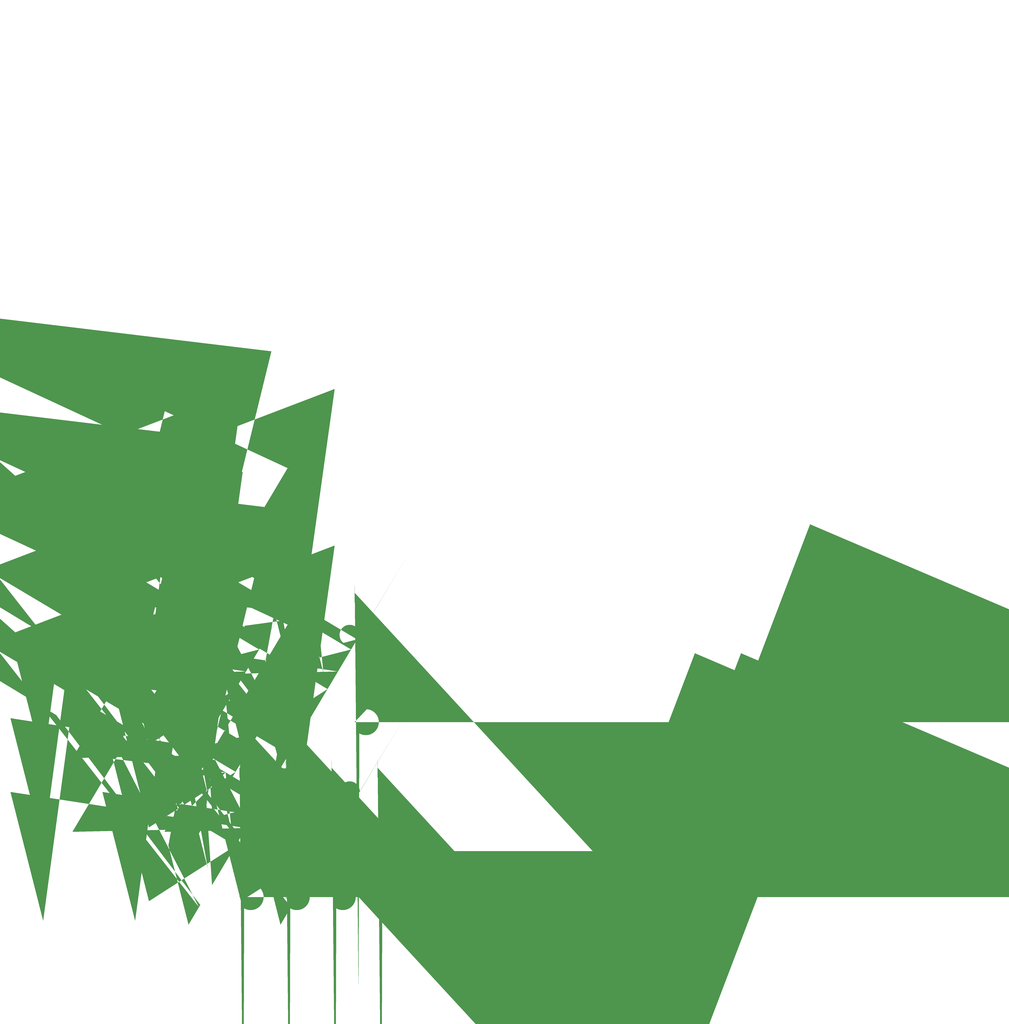
<source format=gbp>
G04 #@! TF.GenerationSoftware,KiCad,Pcbnew,7.0.2-6a45011f42~172~ubuntu22.04.1*
G04 #@! TF.CreationDate,2023-05-05T21:30:00-04:00*
G04 #@! TF.ProjectId,pmf_panel,706d665f-7061-46e6-956c-2e6b69636164,rev?*
G04 #@! TF.SameCoordinates,Original*
G04 #@! TF.FileFunction,Paste,Bot*
G04 #@! TF.FilePolarity,Positive*
%FSLAX46Y46*%
G04 Gerber Fmt 4.6, Leading zero omitted, Abs format (unit mm)*
G04 Created by KiCad (PCBNEW 7.0.2-6a45011f42~172~ubuntu22.04.1) date 2023-05-05 21:30:00*
%MOMM*%
%LPD*%
G01*
G04 APERTURE LIST*
G04 Aperture macros list*
%AMFreePoly0*
4,1,139,5.398598,5.455452,5.858736,5.376554,6.310525,5.258917,6.750711,5.103390,7.176121,4.911092,7.583690,4.683410,7.970482,4.421984,8.333711,4.128698,8.670759,3.805664,8.979197,3.455210,9.256803,3.079861,9.501578,2.682322,9.711757,2.265457,9.885826,1.832269,10.022531,1.385879,10.120888,0.929505,10.180186,0.466433,10.200000,0.000000,10.180186,-0.466433,10.120888,-0.929505,
10.022531,-1.385879,9.885826,-1.832269,9.711757,-2.265457,9.501578,-2.682322,9.256803,-3.079861,8.979197,-3.455210,8.670759,-3.805664,8.333711,-4.128698,7.970482,-4.421984,7.583690,-4.683410,7.176121,-4.911092,6.750711,-5.103390,6.310525,-5.258917,5.858736,-5.376554,5.398598,-5.455452,4.933427,-5.495044,4.466573,-5.495044,4.001402,-5.455452,3.541264,-5.376554,3.089475,-5.258917,
2.649289,-5.103390,2.223879,-4.911092,1.816310,-4.683410,1.429518,-4.421984,1.066289,-4.128698,0.729241,-3.805664,0.420803,-3.455210,0.143197,-3.079861,-0.101578,-2.682322,-0.311757,-2.265457,-0.485826,-1.832269,-0.622531,-1.385879,-0.720888,-0.929505,-0.780186,-0.466433,-0.800000,0.000000,0.794988,0.000000,0.815023,-0.395064,0.874924,-0.786073,0.974075,-1.169017,1.111459,-1.539964,
1.285666,-1.895110,1.494909,-2.230809,1.737040,-2.543617,2.009576,-2.830325,2.309719,-3.087989,2.634389,-3.313966,2.980256,-3.505938,3.343769,-3.661933,3.721199,-3.780353,4.108673,-3.859981,4.502214,-3.900000,4.897786,-3.900000,5.291327,-3.859981,5.678801,-3.780353,6.056231,-3.661933,6.419744,-3.505938,6.765611,-3.313966,7.090281,-3.087989,7.390424,-2.830325,7.662960,-2.543617,
7.905091,-2.230809,8.114334,-1.895110,8.288541,-1.539964,8.425925,-1.169017,8.525076,-0.786073,8.584977,-0.395064,8.605012,0.000000,8.584977,0.395064,8.525076,0.786073,8.425925,1.169017,8.288541,1.539964,8.114334,1.895110,7.905091,2.230809,7.662960,2.543617,7.390424,2.830325,7.090281,3.087989,6.765611,3.313966,6.419744,3.505938,6.056231,3.661933,5.678801,3.780353,
5.291327,3.859981,4.897786,3.900000,4.502214,3.900000,4.108673,3.859981,3.721199,3.780353,3.343769,3.661933,2.980256,3.505938,2.634389,3.313966,2.309719,3.087989,2.009576,2.830325,1.737040,2.543617,1.494909,2.230809,1.285666,1.895110,1.111459,1.539964,0.974075,1.169017,0.874924,0.786073,0.815023,0.395064,0.794988,0.000000,-0.800000,0.000000,-0.780186,0.466433,
-0.720888,0.929505,-0.622531,1.385879,-0.485826,1.832269,-0.311757,2.265457,-0.101578,2.682322,0.143197,3.079861,0.420803,3.455210,0.729241,3.805664,1.066289,4.128698,1.429518,4.421984,1.816310,4.683410,2.223879,4.911092,2.649289,5.103390,3.089475,5.258917,3.541264,5.376554,4.001402,5.455452,4.466573,5.495044,4.933427,5.495044,5.398598,5.455452,5.398598,5.455452,
$1*%
%AMFreePoly1*
4,1,159,6.626847,7.030287,7.150748,6.971257,7.668773,6.873242,8.178024,6.736788,8.675654,6.562660,9.158880,6.351831,9.625000,6.105479,10.071406,5.824983,10.495603,5.511912,10.895218,5.168016,11.268016,4.795218,11.611912,4.395603,11.924983,3.971406,12.205479,3.525000,12.451831,3.058880,12.662660,2.575654,12.836788,2.078024,12.973242,1.568773,13.071257,1.050748,13.130287,0.526847,
13.150000,0.000000,13.130287,-0.526847,13.071257,-1.050748,12.973242,-1.568773,12.836788,-2.078024,12.662660,-2.575654,12.451831,-3.058880,12.205479,-3.525000,11.924983,-3.971406,11.611912,-4.395603,11.268016,-4.795218,10.895218,-5.168016,10.495603,-5.511912,10.071406,-5.824983,9.625000,-6.105479,9.158880,-6.351831,8.675654,-6.562660,8.178024,-6.736788,7.668773,-6.873242,7.150748,-6.971257,
6.626847,-7.030287,6.100000,-7.050000,5.573153,-7.030287,5.049252,-6.971257,4.531227,-6.873242,4.021976,-6.736788,3.524346,-6.562660,3.041120,-6.351831,2.575000,-6.105479,2.128594,-5.824983,1.704397,-5.511912,1.304782,-5.168016,0.931984,-4.795218,0.588088,-4.395603,0.275017,-3.971406,-0.005479,-3.525000,-0.251831,-3.058880,-0.462660,-2.575654,-0.636788,-2.078024,-0.773242,-1.568773,
-0.871257,-1.050748,-0.930287,-0.526847,-0.950000,0.000000,0.945094,0.000000,0.964710,-0.449280,1.023409,-0.895140,1.120743,-1.334188,1.255973,-1.763082,1.428069,-2.178557,1.635720,-2.577453,1.877348,-2.956733,2.151113,-3.313510,2.454931,-3.645069,2.786490,-3.948887,3.143267,-4.222652,3.522547,-4.464280,3.921443,-4.671931,4.336918,-4.844027,4.765812,-4.979257,5.204860,-5.076591,
5.650720,-5.135290,6.100000,-5.154906,6.549280,-5.135290,6.995140,-5.076591,7.434188,-4.979257,7.863082,-4.844027,8.278557,-4.671931,8.677453,-4.464280,9.056733,-4.222652,9.413510,-3.948887,9.745069,-3.645069,10.048887,-3.313510,10.322652,-2.956733,10.564280,-2.577453,10.771931,-2.178557,10.944027,-1.763082,11.079257,-1.334188,11.176591,-0.895140,11.235290,-0.449280,11.254906,0.000000,
11.235290,0.449280,11.176591,0.895140,11.079257,1.334188,10.944027,1.763082,10.771931,2.178557,10.564280,2.577453,10.322652,2.956733,10.048887,3.313510,9.745069,3.645069,9.413510,3.948887,9.056733,4.222652,8.677453,4.464280,8.278557,4.671931,7.863082,4.844027,7.434188,4.979257,6.995140,5.076591,6.549280,5.135290,6.100000,5.154906,5.650720,5.135290,5.204860,5.076591,
4.765812,4.979257,4.336918,4.844027,3.921443,4.671931,3.522547,4.464280,3.143267,4.222652,2.786490,3.948887,2.454931,3.645069,2.151113,3.313510,1.877348,2.956733,1.635720,2.577453,1.428069,2.178557,1.255973,1.763082,1.120743,1.334188,1.023409,0.895140,0.964710,0.449280,0.945094,0.000000,-0.950000,0.000000,-0.930287,0.526847,-0.871257,1.050748,-0.773242,1.568773,
-0.636788,2.078024,-0.462660,2.575654,-0.251831,3.058880,-0.005479,3.525000,0.275017,3.971406,0.588088,4.395603,0.931984,4.795218,1.304782,5.168016,1.704397,5.511912,2.128594,5.824983,2.575000,6.105479,3.041120,6.351831,3.524346,6.562660,4.021976,6.736788,4.531227,6.873242,5.049252,6.971257,5.573153,7.030287,6.100000,7.050000,6.626847,7.030287,6.626847,7.030287,
$1*%
G04 Aperture macros list end*
%ADD10FreePoly0,0.000000*%
%ADD11FreePoly1,0.000000*%
G04 APERTURE END LIST*
D10*
G04 #@! TO.C,H10*
X70300000Y165000000D03*
G04 #@! TD*
D11*
G04 #@! TO.C,H1*
X6400000Y50000000D03*
G04 #@! TD*
G04 #@! TO.C,H2*
X6400000Y25000000D03*
G04 #@! TD*
G04 #@! TO.C,H3*
X31400000Y50000000D03*
G04 #@! TD*
G04 #@! TO.C,H4*
X31400000Y25000000D03*
G04 #@! TD*
G04 #@! TO.C,H5*
X81400000Y25000000D03*
G04 #@! TD*
G04 #@! TO.C,H6*
X56400000Y25000000D03*
G04 #@! TD*
D10*
G04 #@! TO.C,H15*
X20300000Y80000000D03*
G04 #@! TD*
G04 #@! TO.C,H8*
X70300000Y80000000D03*
G04 #@! TD*
G04 #@! TO.C,H16*
X20300000Y120000000D03*
G04 #@! TD*
D11*
G04 #@! TO.C,H9*
X68900000Y120000000D03*
G04 #@! TD*
D10*
G04 #@! TO.C,H7*
X20300000Y165000000D03*
G04 #@! TD*
M02*

</source>
